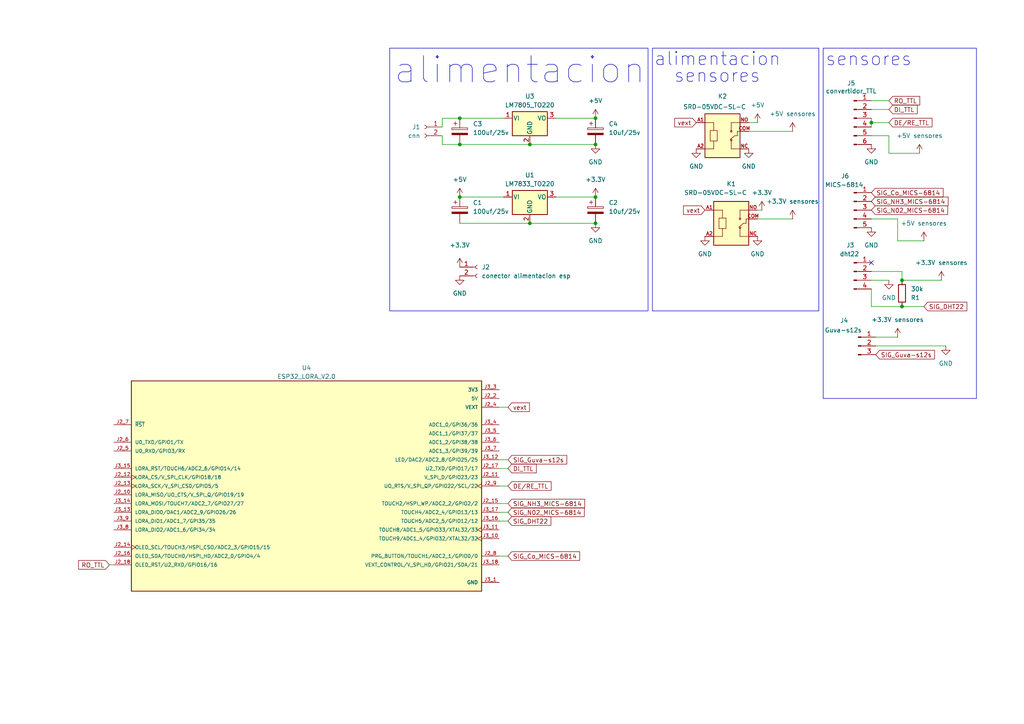
<source format=kicad_sch>
(kicad_sch (version 20250114) (generator "eeschema") (generator_version "9.0")
  (paper "A4")
  (lib_symbols
    (symbol "Connector:Conn_01x02_Socket" (pin_names (offset 1.016) (hide yes))
      (property "Reference" "J" (at 0 2.54 0))
      (property "Value" "Conn_01x02_Socket" (at 0 -5.08 0))
      (symbol "Conn_01x02_Socket_1_1"
        (polyline (pts (xy -1.27 0) (xy -0.508 0)) (stroke (width 0.1524)))
        (polyline (pts (xy -1.27 -2.54) (xy -0.508 -2.54)) (stroke (width 0.1524)))
        (arc (start 0 -0.508) (mid -0.5058 0) (end 0 0.508) (stroke (width 0.1524)))
        (arc (start 0 -3.048) (mid -0.5058 -2.54) (end 0 -2.032) (stroke (width 0.1524)))
        (pin passive line (at -5.08 0 0) (length 3.81) (name "Pin_1") (number "1"))
        (pin passive line (at -5.08 -2.54 0) (length 3.81) (name "Pin_2") (number "2"))
      )
    )
    (symbol "Connector:Conn_01x03_Pin" (pin_names (offset 1.016) (hide yes))
      (property "Reference" "J" (at 0 5.08 0))
      (property "Value" "Conn_01x03_Pin" (at 0 -5.08 0))
      (symbol "Conn_01x03_Pin_1_1"
        (rectangle (start 0.8636 2.667) (end 0 2.413) (stroke (width 0.1524)) (fill (type outline)))
        (rectangle (start 0.8636 0.127) (end 0 -0.127) (stroke (width 0.1524)) (fill (type outline)))
        (rectangle (start 0.8636 -2.413) (end 0 -2.667) (stroke (width 0.1524)) (fill (type outline)))
        (polyline (pts (xy 1.27 2.54) (xy 0.8636 2.54)) (stroke (width 0.1524)))
        (polyline (pts (xy 1.27 0) (xy 0.8636 0)) (stroke (width 0.1524)))
        (polyline (pts (xy 1.27 -2.54) (xy 0.8636 -2.54)) (stroke (width 0.1524)))
        (pin passive line (at 5.08 2.54 180) (length 3.81) (name "Pin_1") (number "1"))
        (pin passive line (at 5.08 0 180) (length 3.81) (name "Pin_2") (number "2"))
        (pin passive line (at 5.08 -2.54 180) (length 3.81) (name "Pin_3") (number "3"))
      )
    )
    (symbol "Connector:Conn_01x04_Pin" (pin_names (offset 1.016) (hide yes))
      (property "Reference" "J" (at 0 5.08 0))
      (property "Value" "Conn_01x04_Pin" (at 0 -7.62 0))
      (symbol "Conn_01x04_Pin_1_1"
        (rectangle (start 0.8636 2.667) (end 0 2.413) (stroke (width 0.1524)) (fill (type outline)))
        (rectangle (start 0.8636 0.127) (end 0 -0.127) (stroke (width 0.1524)) (fill (type outline)))
        (rectangle (start 0.8636 -2.413) (end 0 -2.667) (stroke (width 0.1524)) (fill (type outline)))
        (rectangle (start 0.8636 -4.953) (end 0 -5.207) (stroke (width 0.1524)) (fill (type outline)))
        (polyline (pts (xy 1.27 2.54) (xy 0.8636 2.54)) (stroke (width 0.1524)))
        (polyline (pts (xy 1.27 0) (xy 0.8636 0)) (stroke (width 0.1524)))
        (polyline (pts (xy 1.27 -2.54) (xy 0.8636 -2.54)) (stroke (width 0.1524)))
        (polyline (pts (xy 1.27 -5.08) (xy 0.8636 -5.08)) (stroke (width 0.1524)))
        (pin passive line (at 5.08 2.54 180) (length 3.81) (name "Pin_1") (number "1"))
        (pin passive line (at 5.08 0 180) (length 3.81) (name "Pin_2") (number "2"))
        (pin passive line (at 5.08 -2.54 180) (length 3.81) (name "Pin_3") (number "3"))
        (pin passive line (at 5.08 -5.08 180) (length 3.81) (name "Pin_4") (number "4"))
      )
    )
    (symbol "Connector:Conn_01x05_Pin" (pin_names (offset 1.016) (hide yes))
      (property "Reference" "J" (at 0 7.62 0))
      (property "Value" "Conn_01x05_Pin" (at 0 -7.62 0))
      (symbol "Conn_01x05_Pin_1_1"
        (rectangle (start 0.8636 5.207) (end 0 4.953) (stroke (width 0.1524)) (fill (type outline)))
        (rectangle (start 0.8636 2.667) (end 0 2.413) (stroke (width 0.1524)) (fill (type outline)))
        (rectangle (start 0.8636 0.127) (end 0 -0.127) (stroke (width 0.1524)) (fill (type outline)))
        (rectangle (start 0.8636 -2.413) (end 0 -2.667) (stroke (width 0.1524)) (fill (type outline)))
        (rectangle (start 0.8636 -4.953) (end 0 -5.207) (stroke (width 0.1524)) (fill (type outline)))
        (polyline (pts (xy 1.27 5.08) (xy 0.8636 5.08)) (stroke (width 0.1524)))
        (polyline (pts (xy 1.27 2.54) (xy 0.8636 2.54)) (stroke (width 0.1524)))
        (polyline (pts (xy 1.27 0) (xy 0.8636 0)) (stroke (width 0.1524)))
        (polyline (pts (xy 1.27 -2.54) (xy 0.8636 -2.54)) (stroke (width 0.1524)))
        (polyline (pts (xy 1.27 -5.08) (xy 0.8636 -5.08)) (stroke (width 0.1524)))
        (pin passive line (at 5.08 5.08 180) (length 3.81) (name "Pin_1") (number "1"))
        (pin passive line (at 5.08 2.54 180) (length 3.81) (name "Pin_2") (number "2"))
        (pin passive line (at 5.08 0 180) (length 3.81) (name "Pin_3") (number "3"))
        (pin passive line (at 5.08 -2.54 180) (length 3.81) (name "Pin_4") (number "4"))
        (pin passive line (at 5.08 -5.08 180) (length 3.81) (name "Pin_5") (number "5"))
      )
    )
    (symbol "Connector:Conn_01x06_Pin" (pin_names (offset 1.016) (hide yes))
      (property "Reference" "J" (at 0 7.62 0))
      (property "Value" "Conn_01x06_Pin" (at 0 -10.16 0))
      (symbol "Conn_01x06_Pin_1_1"
        (rectangle (start 0.8636 5.207) (end 0 4.953) (stroke (width 0.1524)) (fill (type outline)))
        (rectangle (start 0.8636 2.667) (end 0 2.413) (stroke (width 0.1524)) (fill (type outline)))
        (rectangle (start 0.8636 0.127) (end 0 -0.127) (stroke (width 0.1524)) (fill (type outline)))
        (rectangle (start 0.8636 -2.413) (end 0 -2.667) (stroke (width 0.1524)) (fill (type outline)))
        (rectangle (start 0.8636 -4.953) (end 0 -5.207) (stroke (width 0.1524)) (fill (type outline)))
        (rectangle (start 0.8636 -7.493) (end 0 -7.747) (stroke (width 0.1524)) (fill (type outline)))
        (polyline (pts (xy 1.27 5.08) (xy 0.8636 5.08)) (stroke (width 0.1524)))
        (polyline (pts (xy 1.27 2.54) (xy 0.8636 2.54)) (stroke (width 0.1524)))
        (polyline (pts (xy 1.27 0) (xy 0.8636 0)) (stroke (width 0.1524)))
        (polyline (pts (xy 1.27 -2.54) (xy 0.8636 -2.54)) (stroke (width 0.1524)))
        (polyline (pts (xy 1.27 -5.08) (xy 0.8636 -5.08)) (stroke (width 0.1524)))
        (polyline (pts (xy 1.27 -7.62) (xy 0.8636 -7.62)) (stroke (width 0.1524)))
        (pin passive line (at 5.08 5.08 180) (length 3.81) (name "Pin_1") (number "1"))
        (pin passive line (at 5.08 2.54 180) (length 3.81) (name "Pin_2") (number "2"))
        (pin passive line (at 5.08 0 180) (length 3.81) (name "Pin_3") (number "3"))
        (pin passive line (at 5.08 -2.54 180) (length 3.81) (name "Pin_4") (number "4"))
        (pin passive line (at 5.08 -5.08 180) (length 3.81) (name "Pin_5") (number "5"))
        (pin passive line (at 5.08 -7.62 180) (length 3.81) (name "Pin_6") (number "6"))
      )
    )
    (symbol "Device:C_Polarized" (pin_numbers (hide yes)) (pin_names (offset 0.254))
      (property "Reference" "C" (at 0.635 2.54 0))
      (property "Value" "C_Polarized" (at 0.635 -2.54 0))
      (symbol "C_Polarized_0_1"
        (rectangle (start -2.286 0.508) (end 2.286 1.016))
        (polyline (pts (xy -1.778 2.286) (xy -0.762 2.286)))
        (polyline (pts (xy -1.27 2.794) (xy -1.27 1.778)))
        (rectangle (start 2.286 -0.508) (end -2.286 -1.016) (fill (type outline)))
      )
      (symbol "C_Polarized_1_1"
        (pin passive line (at 0 3.81 270) (length 2.794) (name "~") (number "1"))
        (pin passive line (at 0 -3.81 90) (length 2.794) (name "~") (number "2"))
      )
    )
    (symbol "Device:R" (pin_numbers (hide yes)) (pin_names (offset 0))
      (property "Reference" "R" (at 2.032 0 90))
      (property "Value" "R" (at 0 0 90))
      (symbol "R_0_1"
        (rectangle (start -1.016 -2.54) (end 1.016 2.54) (stroke (width 0.254)))
      )
      (symbol "R_1_1"
        (pin passive line (at 0 3.81 270) (length 1.27) (name "~") (number "1"))
        (pin passive line (at 0 -3.81 90) (length 1.27) (name "~") (number "2"))
      )
    )
    (symbol "ESP32_LORA_V2.0:ESP32_LORA_V2.0" (pin_names (offset 1.016))
      (property "Reference" "U4" (at 0 34.29 0))
      (property "Value" "ESP32_LORA_V2.0" (at 0 31.75 0))
      (symbol "ESP32_LORA_V2.0_0_0"
        (rectangle (start -50.8 -30.48) (end 50.8 30.48) (stroke (width 0.254)) (fill (type background)))
        (pin input line (at -55.88 17.78 0) (length 5.08) (name "~{RST}") (number "J2_7"))
        (pin bidirectional line (at -55.88 12.7 0) (length 5.08) (name "U0_TXD/GPIO1/TX") (number "J2_6"))
        (pin bidirectional line (at -55.88 10.16 0) (length 5.08) (name "U0_RXD/GPIO3/RX") (number "J2_5"))
        (pin bidirectional line (at -55.88 5.08 0) (length 5.08) (name "LORA_RST/TOUCH6/ADC2_6/GPIO14/14") (number "J3_15"))
        (pin bidirectional clock (at -55.88 2.54 0) (length 5.08) (name "LORA_CS/V_SPI_CLK/GPIO18/18") (number "J2_12"))
        (pin bidirectional clock (at -55.88 0 0) (length 5.08) (name "LORA_SCK/V_SPI_CS0/GPIO5/5") (number "J2_13"))
        (pin bidirectional line (at -55.88 -2.54 0) (length 5.08) (name "LORA_MISO/UO_CTS/V_SPI_Q/GPIO19/19") (number "J2_10"))
        (pin bidirectional line (at -55.88 -5.08 0) (length 5.08) (name "LORA_MOSI/TOUCH7/ADC2_7/GPIO27/27") (number "J3_14"))
        (pin bidirectional line (at -55.88 -7.62 0) (length 5.08) (name "LORA_DIO0/DAC1/ADC2_9/GPIO26/26") (number "J3_13"))
        (pin bidirectional line (at -55.88 -10.16 0) (length 5.08) (name "LORA_DIO1/ADC1_7/GPI35/35") (number "J3_9"))
        (pin bidirectional line (at -55.88 -12.7 0) (length 5.08) (name "LORA_DIO2/ADC1_6/GPI34/34") (number "J3_8"))
        (pin bidirectional clock (at -55.88 -17.78 0) (length 5.08) (name "OLED_SCL/TOUCH3/HSPI_CSO/ADC2_3/GPIO15/15") (number "J2_14"))
        (pin bidirectional line (at -55.88 -20.32 0) (length 5.08) (name "OLED_SDA/TOUCH0/HSPI_HD/ADC2_0/GPIO4/4") (number "J2_16"))
        (pin bidirectional line (at -55.88 -22.86 0) (length 5.08) (name "OLED_RST/U2_RXD/GPIO16/16") (number "J2_18"))
        (pin power_in line (at 55.88 27.94 180) (length 5.08) (name "3V3") (number "J3_3"))
        (pin power_in line (at 55.88 25.4 180) (length 5.08) (name "5V") (number "J2_2"))
        (pin power_in line (at 55.88 22.86 180) (length 5.08) (name "VEXT") (number "J2_4"))
        (pin bidirectional line (at 55.88 17.78 180) (length 5.08) (name "ADC1_0/GPI36/36") (number "J3_4"))
        (pin bidirectional line (at 55.88 15.24 180) (length 5.08) (name "ADC1_1/GPI37/37") (number "J3_5"))
        (pin bidirectional line (at 55.88 12.7 180) (length 5.08) (name "ADC1_2/GPI38/38") (number "J3_6"))
        (pin bidirectional line (at 55.88 10.16 180) (length 5.08) (name "ADC1_3/GPI39/39") (number "J3_7"))
        (pin bidirectional line (at 55.88 7.62 180) (length 5.08) (name "LED/DAC2/ADC2_8/GPIO25/25") (number "J3_12"))
        (pin bidirectional line (at 55.88 5.08 180) (length 5.08) (name "U2_TXD/GPIO17/17") (number "J2_17"))
        (pin bidirectional line (at 55.88 2.54 180) (length 5.08) (name "V_SPI_D/GPIO23/23") (number "J2_11"))
        (pin bidirectional clock (at 55.88 0 180) (length 5.08) (name "UO_RTS/V_SPI_QP/GPIO22/SCL/22") (number "J2_9"))
        (pin bidirectional line (at 55.88 -5.08 180) (length 5.08) (name "TOUCH2/HSPI_WP/ADC2_2/GPIO2/2") (number "J2_15"))
        (pin bidirectional line (at 55.88 -7.62 180) (length 5.08) (name "TOUCH4/ADC2_4/GPIO13/13") (number "J3_17"))
        (pin bidirectional line (at 55.88 -10.16 180) (length 5.08) (name "TOUCH5/ADC2_5/GPIO12/12") (number "J3_16"))
        (pin bidirectional clock (at 55.88 -12.7 180) (length 5.08) (name "TOUCH8/ADC1_5/GPIO33/XTAL32/33") (number "J3_11"))
        (pin bidirectional clock (at 55.88 -15.24 180) (length 5.08) (name "TOUCH9/ADC1_4/GPIO32/XTAL32/32") (number "J3_10"))
        (pin bidirectional line (at 55.88 -20.32 180) (length 5.08) (name "PRG_BUTTON/TOUCH1/ADC2_1/GPIO0/0") (number "J2_8"))
        (pin bidirectional line (at 55.88 -22.86 180) (length 5.08) (name "VEXT_CONTROL/V_SPI_HD/GPIO21/SDA/21") (number "J3_18"))
        (pin power_in line (at 55.88 -27.94 180) (length 5.08) (name "GND") (number "J3_1"))
      )
      (symbol "ESP32_LORA_V2.0_1_0"
        (pin power_in line (at 55.88 27.94 180) (length 5.08) (name "3V3") (number ""))
        (pin power_in line (at 55.88 22.86 180) (length 5.08) (name "VEXT") (number ""))
        (pin power_in line (at 55.88 -27.94 180) (length 5.08) (name "GND") (number ""))
      )
    )
    (symbol "Regulator_Linear:LM7805_TO220" (pin_names (offset 0.254))
      (property "Reference" "U" (at -3.81 3.175 0))
      (property "Value" "LM7805_TO220" (at 0 3.175 0))
      (symbol "LM7805_TO220_0_1"
        (rectangle (start -5.08 1.905) (end 5.08 -5.08) (stroke (width 0.254)) (fill (type background)))
      )
      (symbol "LM7805_TO220_1_1"
        (pin power_in line (at -7.62 0 0) (length 2.54) (name "VI") (number "1"))
        (pin power_in line (at 0 -7.62 90) (length 2.54) (name "GND") (number "2"))
        (pin power_out line (at 7.62 0 180) (length 2.54) (name "VO") (number "3"))
      )
    )
    (symbol "SRD-05VDC-SL-C:SRD-05VDC-SL-C" (pin_names (offset 1.016))
      (property "Reference" "K" (at -5.0809 5.843 0))
      (property "Value" "SRD-05VDC-SL-C" (at -5.0832 -10.1664 0))
      (symbol "SRD-05VDC-SL-C_0_0"
        (polyline (pts (xy -5.08 2.54) (xy -2.54 2.54)) (stroke (width 0.1524)))
        (rectangle (start -5.08 -7.62) (end 5.08 5.08) (stroke (width 0.254)) (fill (type background)))
        (polyline (pts (xy -3.556 0.254) (xy -3.556 -2.794)) (stroke (width 0.1524)))
        (polyline (pts (xy -3.556 -2.794) (xy -2.54 -2.794)) (stroke (width 0.1524)))
        (polyline (pts (xy -2.54 2.54) (xy -2.54 0.254)) (stroke (width 0.1524)))
        (polyline (pts (xy -2.54 0.254) (xy -3.556 0.254)) (stroke (width 0.1524)))
        (polyline (pts (xy -2.54 -2.794) (xy -2.54 -5.08)) (stroke (width 0.1524)))
        (polyline (pts (xy -2.54 -2.794) (xy -1.524 -2.794)) (stroke (width 0.1524)))
        (polyline (pts (xy -2.54 -5.08) (xy -5.08 -5.08)) (stroke (width 0.1524)))
        (polyline (pts (xy -1.524 0.254) (xy -2.54 0.254)) (stroke (width 0.1524)))
        (polyline (pts (xy -1.524 -2.794) (xy -1.524 0.254)) (stroke (width 0.1524)))
        (polyline (pts (xy 2.54 2.54) (xy 2.54 0)) (stroke (width 0.1524)))
        (circle (center 2.54 0) (radius 0.254) (stroke (width 0.1524)))
        (polyline (pts (xy 2.54 -2.54) (xy 2.54 -5.08)) (stroke (width 0.1524)))
        (circle (center 2.54 -2.54) (radius 0.254) (stroke (width 0.1524)))
        (polyline (pts (xy 2.54 -5.08) (xy 5.08 -5.08)) (stroke (width 0.1524)))
        (polyline (pts (xy 3.556 -1.27) (xy 2.286 -2.286)) (stroke (width 0.1524)))
        (polyline (pts (xy 3.556 -1.27) (xy 4.318 -1.27)) (stroke (width 0.1524)))
        (polyline (pts (xy 4.318 0) (xy 5.08 0)) (stroke (width 0.1524)))
        (polyline (pts (xy 4.318 -1.27) (xy 4.318 0)) (stroke (width 0.1524)))
        (polyline (pts (xy 5.08 2.54) (xy 2.54 2.54)) (stroke (width 0.1524)))
        (pin passive line (at -7.62 2.54 0) (length 2.54) (name "~") (number "A1"))
        (pin passive line (at -7.62 -5.08 0) (length 2.54) (name "~") (number "A2"))
        (pin passive line (at 7.62 2.54 180) (length 2.54) (name "~") (number "NO"))
        (pin passive line (at 7.62 0 180) (length 2.54) (name "~") (number "COM"))
        (pin passive line (at 7.62 -5.08 180) (length 2.54) (name "~") (number "NC"))
      )
    )
    (symbol "power:+3.3V" (power) (pin_numbers (hide yes)) (pin_names (offset 0) (hide yes))
      (property "Value" "+3.3V" (at 0 3.556 0))
      (symbol "+3.3V_0_1"
        (polyline (pts (xy -0.762 1.27) (xy 0 2.54)))
        (polyline (pts (xy 0 2.54) (xy 0.762 1.27)))
        (polyline (pts (xy 0 0) (xy 0 2.54)))
      )
      (symbol "+3.3V_1_1"
        (pin power_in line (at 0 0 90) (length 0) (name "~") (number "1"))
      )
    )
    (symbol "power:+5V" (power) (pin_numbers (hide yes)) (pin_names (offset 0) (hide yes))
      (property "Value" "+5V" (at 0 3.556 0))
      (symbol "+5V_0_1"
        (polyline (pts (xy -0.762 1.27) (xy 0 2.54)))
        (polyline (pts (xy 0 2.54) (xy 0.762 1.27)))
        (polyline (pts (xy 0 0) (xy 0 2.54)))
      )
      (symbol "+5V_1_1"
        (pin power_in line (at 0 0 90) (length 0) (name "~") (number "1"))
      )
    )
    (symbol "power:GND" (power) (pin_numbers (hide yes)) (pin_names (offset 0) (hide yes))
      (property "Value" "GND" (at 0 -3.81 0))
      (symbol "GND_0_1"
        (polyline (pts (xy 0 0) (xy 0 -1.27) (xy 1.27 -1.27) (xy 0 -2.54) (xy -1.27 -1.27) (xy 0 -1.27)))
      )
      (symbol "GND_1_1"
        (pin power_in line (at 0 0 270) (length 0) (name "~") (number "1"))
      )
    )
  )
  (rectangle (start 189.23 13.97) (end 237.49 90.17))
  (rectangle (start 113.03 13.97) (end 187.96 90.17))
  (rectangle (start 238.76 13.97) (end 283.21 115.57))
  (text "sensores" (at 208.026 22.098 0) (effects (font (size 3.81 3.81))))
  (text "sensores\n" (at 251.968 17.272 0) (effects (font (size 3.81 3.81))))
  (text "alimentacion \n" (at 153.67 16.002 0) (effects (font (size 7.62 7.62)) (justify top)))
  (text "alimentacion \n" (at 209.55 14.986 0) (effects (font (size 3.81 3.81)) (justify top)))
  (junction (at 153.67 41.91))
  (junction (at 133.35 34.29))
  (junction (at 261.62 81.28))
  (junction (at 252.73 35.56))
  (junction (at 261.62 88.9))
  (junction (at 172.72 64.77))
  (junction (at 172.72 57.15))
  (junction (at 133.35 57.15))
  (junction (at 153.67 64.77))
  (junction (at 172.72 41.91))
  (junction (at 172.72 34.29))
  (junction (at 133.35 41.91))
  (no_connect (at 252.73 76.2))
  (wire (pts (xy 147.32 161.29) (xy 144.78 161.29)))
  (wire (pts (xy 257.81 44.45) (xy 257.81 39.37)))
  (wire (pts (xy 257.81 31.75) (xy 252.73 31.75)))
  (wire (pts (xy 257.81 39.37) (xy 252.73 39.37)))
  (wire (pts (xy 267.97 69.85) (xy 260.35 69.85)))
  (wire (pts (xy 147.32 118.11) (xy 144.78 118.11)))
  (wire (pts (xy 146.05 57.15) (xy 133.35 57.15)))
  (wire (pts (xy 252.73 35.56) (xy 252.73 36.83)))
  (wire (pts (xy 172.72 57.15) (xy 161.29 57.15)))
  (wire (pts (xy 153.67 64.77) (xy 172.72 64.77)))
  (wire (pts (xy 147.32 133.35) (xy 144.78 133.35)))
  (wire (pts (xy 257.81 44.45) (xy 266.7 44.45)))
  (wire (pts (xy 147.32 148.59) (xy 144.78 148.59)))
  (wire (pts (xy 31.75 163.83) (xy 33.02 163.83)))
  (wire (pts (xy 147.32 151.13) (xy 144.78 151.13)))
  (wire (pts (xy 147.32 140.97) (xy 144.78 140.97)))
  (wire (pts (xy 229.87 63.5) (xy 219.71 63.5)))
  (wire (pts (xy 147.32 146.05) (xy 144.78 146.05)))
  (wire (pts (xy 219.71 60.96) (xy 220.98 60.96)))
  (wire (pts (xy 257.81 29.21) (xy 252.73 29.21)))
  (wire (pts (xy 257.81 81.28) (xy 252.73 81.28)))
  (wire (pts (xy 260.35 63.5) (xy 252.73 63.5)))
  (wire (pts (xy 252.73 34.29) (xy 252.73 35.56)))
  (wire (pts (xy 128.27 36.83) (xy 128.27 34.29)))
  (wire (pts (xy 252.73 88.9) (xy 252.73 83.82)))
  (wire (pts (xy 172.72 34.29) (xy 161.29 34.29)))
  (wire (pts (xy 146.05 34.29) (xy 133.35 34.29)))
  (wire (pts (xy 153.67 41.91) (xy 172.72 41.91)))
  (wire (pts (xy 217.17 35.56) (xy 219.71 35.56)))
  (wire (pts (xy 128.27 41.91) (xy 133.35 41.91)))
  (wire (pts (xy 128.27 39.37) (xy 128.27 41.91)))
  (wire (pts (xy 147.32 135.89) (xy 144.78 135.89)))
  (wire (pts (xy 261.62 81.28) (xy 273.05 81.28)))
  (wire (pts (xy 274.32 100.33) (xy 254 100.33)))
  (wire (pts (xy 260.35 69.85) (xy 260.35 63.5)))
  (wire (pts (xy 133.35 64.77) (xy 153.67 64.77)))
  (wire (pts (xy 229.87 38.1) (xy 217.17 38.1)))
  (wire (pts (xy 254 97.79) (xy 260.35 97.79)))
  (wire (pts (xy 257.81 35.56) (xy 252.73 35.56)))
  (wire (pts (xy 252.73 88.9) (xy 261.62 88.9)))
  (wire (pts (xy 252.73 78.74) (xy 261.62 78.74)))
  (wire (pts (xy 133.35 41.91) (xy 153.67 41.91)))
  (wire (pts (xy 261.62 78.74) (xy 261.62 81.28)))
  (wire (pts (xy 128.27 34.29) (xy 133.35 34.29)))
  (wire (pts (xy 261.62 88.9) (xy 267.97 88.9)))
  (global_label "vext" (shape input) (at 147.32 118.11 0) (property "Intersheetrefs" "${INTERSHEET_REFS}" (effects (hide yes))))
  (global_label "DI_TTL" (shape input) (at 257.81 31.75 0) (property "Intersheetrefs" "${INTERSHEET_REFS}" (effects (hide yes))))
  (global_label "RO_TTL" (shape input) (at 257.81 29.21 0) (property "Intersheetrefs" "${INTERSHEET_REFS}" (effects (hide yes))))
  (global_label "SIG_N02_MICS-6814" (shape input) (at 252.73 60.96 0) (property "Intersheetrefs" "${INTERSHEET_REFS}" (effects (hide yes))))
  (global_label "DE{slash}RE_TTL" (shape input) (at 257.81 35.56 0) (property "Intersheetrefs" "${INTERSHEET_REFS}" (effects (hide yes))))
  (global_label "SIG_DHT22" (shape input) (at 267.97 88.9 0) (property "Intersheetrefs" "${INTERSHEET_REFS}" (effects (hide yes))))
  (global_label "vext" (shape input) (at 204.47 60.96 180) (property "Intersheetrefs" "${INTERSHEET_REFS}" (effects (hide yes))))
  (global_label "SIG_NH3_MICS-6814" (shape input) (at 252.73 58.42 0) (property "Intersheetrefs" "${INTERSHEET_REFS}" (effects (hide yes))))
  (global_label "RO_TTL" (shape input) (at 31.75 163.83 180) (property "Intersheetrefs" "${INTERSHEET_REFS}" (effects (hide yes))))
  (global_label "DI_TTL" (shape input) (at 147.32 135.89 0) (property "Intersheetrefs" "${INTERSHEET_REFS}" (effects (hide yes))))
  (global_label "DE{slash}RE_TTL" (shape input) (at 147.32 140.97 0) (property "Intersheetrefs" "${INTERSHEET_REFS}" (effects (hide yes))))
  (global_label "SIG_Guva-s12s" (shape input) (at 147.32 133.35 0) (property "Intersheetrefs" "${INTERSHEET_REFS}" (effects (hide yes))))
  (global_label "SIG_Guva-s12s" (shape input) (at 254 102.87 0) (property "Intersheetrefs" "${INTERSHEET_REFS}" (effects (hide yes))))
  (global_label "SIG_DHT22" (shape input) (at 147.32 151.13 0) (property "Intersheetrefs" "${INTERSHEET_REFS}" (effects (hide yes))))
  (global_label "SIG_Co_MICS-6814" (shape input) (at 252.73 55.88 0) (property "Intersheetrefs" "${INTERSHEET_REFS}" (effects (hide yes))))
  (global_label "SIG_Co_MICS-6814" (shape input) (at 147.32 161.29 0) (property "Intersheetrefs" "${INTERSHEET_REFS}" (effects (hide yes))))
  (global_label "SIG_N02_MICS-6814" (shape input) (at 147.32 148.59 0) (property "Intersheetrefs" "${INTERSHEET_REFS}" (effects (hide yes))))
  (global_label "SIG_NH3_MICS-6814" (shape input) (at 147.32 146.05 0) (property "Intersheetrefs" "${INTERSHEET_REFS}" (effects (hide yes))))
  (global_label "vext" (shape input) (at 201.93 35.56 180) (property "Intersheetrefs" "${INTERSHEET_REFS}" (effects (hide yes))))
  (symbol (lib_id "power:+5V") (at 133.35 57.15 0) (unit 1)
    (property "Reference" "#PWR09" (effects (hide yes)))
    (property "Value" "+5V" (at 133.35 52.07 0))
    (property "Description" "Power symbol creates a global label with name \"+5V\"" (effects (hide yes)))
  )
  (symbol (lib_id "power:GND") (at 204.47 68.58 0) (unit 1)
    (property "Reference" "#PWR021" (effects (hide yes)))
    (property "Value" "GND" (at 204.47 73.66 0))
    (property "Description" "Power symbol creates a global label with name \"GND\" , ground" (effects (hide yes)))
  )
  (symbol (lib_id "power:GND") (at 172.72 41.91 0) (unit 1)
    (property "Reference" "#PWR015" (effects (hide yes)))
    (property "Value" "GND" (at 172.72 46.99 0))
    (property "Description" "Power symbol creates a global label with name \"GND\" , ground" (effects (hide yes)))
  )
  (symbol (lib_id "power:+3.3V") (at 266.7 44.45 0) (unit 1)
    (property "Reference" "#PWR011" (effects (hide yes)))
    (property "Value" "+5V sensores" (at 266.7 39.37 0))
    (property "Description" "Power symbol creates a global label with name \"+3.3V\"" (effects (hide yes)))
  )
  (symbol (lib_id "power:+3.3V") (at 229.87 38.1 0) (unit 1)
    (property "Reference" "#PWR020" (effects (hide yes)))
    (property "Value" "+5V sensores" (at 229.87 33.02 0))
    (property "Description" "Power symbol creates a global label with name \"+3.3V\"" (effects (hide yes)))
  )
  (symbol (lib_id "Regulator_Linear:LM7805_TO220") (at 153.67 34.29 0) (unit 1)
    (property "Reference" "U3" (at 153.67 27.94 0))
    (property "Value" "LM7805_TO220" (at 153.67 30.48 0))
    (property "Footprint" "Package_TO_SOT_THT:TO-220-3_Vertical" (effects (hide yes)))
    (property "Datasheet" "https://www.onsemi.cn/PowerSolutions/document/MC7800-D.PDF" (effects (hide yes)))
    (property "Description" "Positive 1A 35V Linear Regulator, Fixed Output 5V, TO-220" (effects (hide yes)))
  )
  (symbol (lib_id "Regulator_Linear:LM7805_TO220") (at 153.67 57.15 0) (unit 1)
    (property "Reference" "U1" (at 153.67 50.8 0))
    (property "Value" "LM7833_TO220" (at 153.67 53.34 0))
    (property "Footprint" "Package_TO_SOT_THT:TO-220-3_Vertical" (effects (hide yes)))
    (property "Datasheet" "https://www.onsemi.cn/PowerSolutions/document/MC7800-D.PDF" (effects (hide yes)))
    (property "Description" "Positive 1A 35V Linear Regulator, Fixed Output 5V, TO-220" (effects (hide yes)))
  )
  (symbol (lib_id "Connector:Conn_01x02_Socket") (at 123.19 36.83 0) (mirror y) (unit 1)
    (property "Reference" "J1" (at 121.92 36.8299 0) (effects (justify left)))
    (property "Value" "cnn" (at 121.92 39.3699 0) (effects (justify left)))
    (property "Footprint" "Connector_AMASS:AMASS_XT60-F_1x02_P7.20mm_Vertical" (effects (hide yes)))
    (property "Description" "Generic connector, single row, 01x02, script generated" (effects (hide yes)))
  )
  (symbol (lib_id "power:GND") (at 252.73 41.91 0) (unit 1)
    (property "Reference" "#PWR02" (effects (hide yes)))
    (property "Value" "GND" (at 252.73 46.99 0))
    (property "Description" "Power symbol creates a global label with name \"GND\" , ground" (effects (hide yes)))
  )
  (symbol (lib_id "power:GND") (at 274.32 100.33 0) (unit 1)
    (property "Reference" "#PWR04" (effects (hide yes)))
    (property "Value" "GND" (at 274.32 105.41 0))
    (property "Description" "Power symbol creates a global label with name \"GND\" , ground" (effects (hide yes)))
  )
  (symbol (lib_id "Connector:Conn_01x04_Pin") (at 247.65 78.74 0) (unit 1)
    (property "Reference" "J3" (at 246.634 71.12 0))
    (property "Value" "dht22" (at 246.38 73.66 0))
    (property "Footprint" "Connector_Molex:Molex_KK-254_AE-6410-04A_1x04_P2.54mm_Vertical" (effects (hide yes)))
    (property "Description" "Generic connector, single row, 01x04, script generated" (effects (hide yes)))
  )
  (symbol (lib_id "power:+3.3V") (at 220.98 60.96 0) (unit 1)
    (property "Reference" "#PWR013" (effects (hide yes)))
    (property "Value" "+3.3V" (at 220.98 55.88 0))
    (property "Description" "Power symbol creates a global label with name \"+3.3V\"" (effects (hide yes)))
  )
  (symbol (lib_id "Connector:Conn_01x05_Pin") (at 247.65 60.96 0) (unit 1)
    (property "Reference" "J6" (at 245.11 51.054 0))
    (property "Value" "MICS-6814" (at 244.856 53.594 0))
    (property "Footprint" "Connector_Molex:Molex_KK-254_AE-6410-05A_1x05_P2.54mm_Vertical" (effects (hide yes)))
    (property "Description" "Generic connector, single row, 01x05, script generated" (effects (hide yes)))
  )
  (symbol (lib_id "Connector:Conn_01x03_Pin") (at 248.92 100.33 0) (unit 1)
    (property "Reference" "J4" (at 244.856 92.964 0))
    (property "Value" "Guva-s12s" (at 244.602 95.758 0))
    (property "Footprint" "Connector_Molex:Molex_KK-254_AE-6410-03A_1x03_P2.54mm_Vertical" (effects (hide yes)))
    (property "Description" "Generic connector, single row, 01x03, script generated" (effects (hide yes)))
  )
  (symbol (lib_id "Device:C_Polarized") (at 172.72 38.1 0) (unit 1)
    (property "Reference" "C4" (at 176.53 35.9409 0) (effects (justify left)))
    (property "Value" "10uf/25v" (at 176.53 38.4809 0) (effects (justify left)))
    (property "Footprint" "Capacitor_THT:CP_Radial_D5.0mm_P2.50mm" (effects (hide yes)))
    (property "Description" "Polarized capacitor" (effects (hide yes)))
  )
  (symbol (lib_id "power:+5V") (at 172.72 34.29 0) (unit 1)
    (property "Reference" "#PWR012" (effects (hide yes)))
    (property "Value" "+5V" (at 172.72 29.21 0))
    (property "Description" "Power symbol creates a global label with name \"+5V\"" (effects (hide yes)))
  )
  (symbol (lib_id "power:+3.3V") (at 229.87 63.5 0) (unit 1)
    (property "Reference" "#PWR017" (effects (hide yes)))
    (property "Value" "+3.3V sensores" (at 229.87 58.42 0))
    (property "Description" "Power symbol creates a global label with name \"+3.3V\"" (effects (hide yes)))
  )
  (symbol (lib_id "Device:C_Polarized") (at 133.35 38.1 0) (unit 1)
    (property "Reference" "C3" (at 137.16 35.9409 0) (effects (justify left)))
    (property "Value" "100uf/25v" (at 137.16 38.4809 0) (effects (justify left)))
    (property "Footprint" "Capacitor_THT:CP_Radial_D6.3mm_P2.50mm" (effects (hide yes)))
    (property "Description" "Polarized capacitor" (effects (hide yes)))
  )
  (symbol (lib_id "power:+3.3V") (at 273.05 81.28 0) (unit 1)
    (property "Reference" "#PWR05" (effects (hide yes)))
    (property "Value" "+3.3V sensores" (at 273.05 76.2 0))
    (property "Description" "Power symbol creates a global label with name \"+3.3V\"" (effects (hide yes)))
  )
  (symbol (lib_id "power:GND") (at 257.81 81.28 0) (unit 1)
    (property "Reference" "#PWR06" (effects (hide yes)))
    (property "Value" "GND" (at 257.81 86.36 0))
    (property "Description" "Power symbol creates a global label with name \"GND\" , ground" (effects (hide yes)))
  )
  (symbol (lib_id "Device:R") (at 261.62 85.09 0) (mirror x) (unit 1)
    (property "Reference" "R1" (at 264.16 86.3601 0) (effects (justify left)))
    (property "Value" "30k" (at 264.16 83.8201 0) (effects (justify left)))
    (property "Footprint" "Resistor_THT:R_Axial_DIN0207_L6.3mm_D2.5mm_P10.16mm_Horizontal" (effects (hide yes)))
    (property "Description" "Resistor" (effects (hide yes)))
  )
  (symbol (lib_id "SRD-05VDC-SL-C:SRD-05VDC-SL-C") (at 209.55 38.1 0) (unit 1)
    (property "Reference" "K2" (at 209.55 27.94 0))
    (property "Value" "SRD-05VDC-SL-C" (at 207.264 30.988 0))
    (property "Footprint" "SRD-05VDC-SL-C:RELAY_SRD-05VDC-SL-C" (effects (hide yes)))
    (property "MF" "Songle Relay" (effects (hide yes)))
    (property "Description_1" "5V Trigger Relay Module For Arduino And Raspberry Pi 5V Trigger Relay Module For Arduino And Raspberry Pi" (effects (hide yes)))
    (property "Package" "NON STANDARD-5 Songle Relay" (effects (hide yes)))
    (property "Price" "None" (effects (hide yes)))
    (property "Check_prices" "https://www.snapeda.com/parts/SRD-05VDC-SL-C/Songle+Relay/view-part/?ref=eda" (effects (hide yes)))
    (property "STANDARD" "IPC-7251" (effects (hide yes)))
    (property "SnapEDA_Link" "https://www.snapeda.com/parts/SRD-05VDC-SL-C/Songle+Relay/view-part/?ref=snap" (effects (hide yes)))
    (property "MP" "SRD-05VDC-SL-C" (effects (hide yes)))
    (property "Availability" "In Stock" (effects (hide yes)))
    (property "MANUFACTURER" "SONGLE RELAY" (effects (hide yes)))
  )
  (symbol (lib_id "power:+3.3V") (at 172.72 57.15 0) (unit 1)
    (property "Reference" "#PWR03" (effects (hide yes)))
    (property "Value" "+3.3V" (at 172.72 52.07 0))
    (property "Description" "Power symbol creates a global label with name \"+3.3V\"" (effects (hide yes)))
  )
  (symbol (lib_id "power:GND") (at 217.17 43.18 0) (unit 1)
    (property "Reference" "#PWR019" (effects (hide yes)))
    (property "Value" "GND" (at 217.17 48.26 0))
    (property "Description" "Power symbol creates a global label with name \"GND\" , ground" (effects (hide yes)))
  )
  (symbol (lib_id "power:+3.3V") (at 133.35 77.47 0) (unit 1)
    (property "Reference" "#PWR07" (effects (hide yes)))
    (property "Value" "+3.3V" (at 133.35 71.12 0))
    (property "Description" "Power symbol creates a global label with name \"+3.3V\"" (effects (hide yes)))
  )
  (symbol (lib_id "ESP32_LORA_V2.0:ESP32_LORA_V2.0") (at 88.9 140.97 0) (unit 1)
    (property "Reference" "U4" (at 88.9 106.68 0))
    (property "Value" "ESP32_LORA_V2.0" (at 88.9 109.22 0))
    (property "Footprint" "ESP32_LORA_V2.0:MODULE_ESP32_LORA_V2.0" (effects (hide yes)))
    (property "MF" "Heltec Automation" (effects (hide yes)))
    (property "MAXIMUM_PACKAGE_HEIGHT" "10.2mm" (effects (hide yes)))
    (property "Package" "Package" (effects (hide yes)))
    (property "Price" "None" (effects (hide yes)))
    (property "Check_prices" "https://www.snapeda.com/parts/ESP32%20LoRa%20V2.0/Heltec+Automation/view-part/?ref=eda" (effects (hide yes)))
    (property "STANDARD" "Manufacturer Recommendations" (effects (hide yes)))
    (property "PARTREV" "2.0" (effects (hide yes)))
    (property "SnapEDA_Link" "https://www.snapeda.com/parts/ESP32%20LoRa%20V2.0/Heltec+Automation/view-part/?ref=snap" (effects (hide yes)))
    (property "MP" "ESP32 LoRa V2.0" (effects (hide yes)))
    (property "Description_1" "Development board combining an ESP32 microcontroller with a LoRa (Long Range) transceiver module." (effects (hide yes)))
    (property "Availability" "Not in stock" (effects (hide yes)))
    (property "MANUFACTURER" "Heltec Automation" (effects (hide yes)))
  )
  (symbol (lib_id "power:GND") (at 201.93 43.18 0) (unit 1)
    (property "Reference" "#PWR022" (effects (hide yes)))
    (property "Value" "GND" (at 201.93 48.26 0))
    (property "Description" "Power symbol creates a global label with name \"GND\" , ground" (effects (hide yes)))
  )
  (symbol (lib_id "power:+5V") (at 219.71 35.56 0) (unit 1)
    (property "Reference" "#PWR018" (effects (hide yes)))
    (property "Value" "+5V" (at 219.71 30.48 0))
    (property "Description" "Power symbol creates a global label with name \"+5V\"" (effects (hide yes)))
  )
  (symbol (lib_id "SRD-05VDC-SL-C:SRD-05VDC-SL-C") (at 212.09 63.5 0) (unit 1)
    (property "Reference" "K1" (at 212.09 53.34 0))
    (property "Value" "SRD-05VDC-SL-C" (at 207.518 55.88 0))
    (property "Footprint" "SRD-05VDC-SL-C:RELAY_SRD-05VDC-SL-C" (effects (hide yes)))
    (property "MF" "Songle Relay" (effects (hide yes)))
    (property "Description_1" "5V Trigger Relay Module For Arduino And Raspberry Pi 5V Trigger Relay Module For Arduino And Raspberry Pi" (effects (hide yes)))
    (property "Package" "NON STANDARD-5 Songle Relay" (effects (hide yes)))
    (property "Price" "None" (effects (hide yes)))
    (property "Check_prices" "https://www.snapeda.com/parts/SRD-05VDC-SL-C/Songle+Relay/view-part/?ref=eda" (effects (hide yes)))
    (property "STANDARD" "IPC-7251" (effects (hide yes)))
    (property "SnapEDA_Link" "https://www.snapeda.com/parts/SRD-05VDC-SL-C/Songle+Relay/view-part/?ref=snap" (effects (hide yes)))
    (property "MP" "SRD-05VDC-SL-C" (effects (hide yes)))
    (property "Availability" "In Stock" (effects (hide yes)))
    (property "MANUFACTURER" "SONGLE RELAY" (effects (hide yes)))
  )
  (symbol (lib_id "Connector:Conn_01x02_Socket") (at 138.43 77.47 0) (unit 1)
    (property "Reference" "J2" (at 139.7 77.4699 0) (effects (justify left)))
    (property "Value" "conector alimentacion esp" (at 139.7 80.0099 0) (effects (justify left)))
    (property "Footprint" "Connector_JST:JST_EH_B2B-EH-A_1x02_P2.50mm_Vertical" (effects (hide yes)))
    (property "Description" "Generic connector, single row, 01x02, script generated" (effects (hide yes)))
  )
  (symbol (lib_id "Connector:Conn_01x06_Pin") (at 247.65 34.29 0) (unit 1)
    (property "Reference" "J5" (at 246.888 24.13 0))
    (property "Value" "convertidor_TTL" (at 246.888 26.416 0))
    (property "Footprint" "Connector_Molex:Molex_KK-254_AE-6410-06A_1x06_P2.54mm_Vertical" (effects (hide yes)))
    (property "Description" "Generic connector, single row, 01x06, script generated" (effects (hide yes)))
  )
  (symbol (lib_id "Device:C_Polarized") (at 172.72 60.96 0) (unit 1)
    (property "Reference" "C2" (at 176.53 58.8009 0) (effects (justify left)))
    (property "Value" "10uf/25v" (at 176.53 61.3409 0) (effects (justify left)))
    (property "Footprint" "Capacitor_THT:CP_Radial_D5.0mm_P2.50mm" (effects (hide yes)))
    (property "Description" "Polarized capacitor" (effects (hide yes)))
  )
  (symbol (lib_id "power:GND") (at 219.71 68.58 0) (unit 1)
    (property "Reference" "#PWR016" (effects (hide yes)))
    (property "Value" "GND" (at 219.71 73.66 0))
    (property "Description" "Power symbol creates a global label with name \"GND\" , ground" (effects (hide yes)))
  )
  (symbol (lib_id "Device:C_Polarized") (at 133.35 60.96 0) (unit 1)
    (property "Reference" "C1" (at 137.16 58.8009 0) (effects (justify left)))
    (property "Value" "100uf/25v" (at 137.16 61.3409 0) (effects (justify left)))
    (property "Footprint" "Capacitor_THT:CP_Radial_D6.3mm_P2.50mm" (effects (hide yes)))
    (property "Description" "Polarized capacitor" (effects (hide yes)))
  )
  (symbol (lib_id "power:+3.3V") (at 267.97 69.85 0) (unit 1)
    (property "Reference" "#PWR023" (effects (hide yes)))
    (property "Value" "+5V sensores" (at 267.97 64.77 0))
    (property "Description" "Power symbol creates a global label with name \"+3.3V\"" (effects (hide yes)))
  )
  (symbol (lib_id "power:GND") (at 172.72 64.77 0) (unit 1)
    (property "Reference" "#PWR014" (effects (hide yes)))
    (property "Value" "GND" (at 172.72 69.85 0))
    (property "Description" "Power symbol creates a global label with name \"GND\" , ground" (effects (hide yes)))
  )
  (symbol (lib_id "power:+3.3V") (at 260.35 97.79 0) (unit 1)
    (property "Reference" "#PWR01" (effects (hide yes)))
    (property "Value" "+3.3V sensores" (at 260.35 92.71 0))
    (property "Description" "Power symbol creates a global label with name \"+3.3V\"" (effects (hide yes)))
  )
  (symbol (lib_id "power:GND") (at 133.35 80.01 0) (unit 1)
    (property "Reference" "#PWR08" (effects (hide yes)))
    (property "Value" "GND" (at 133.35 85.09 0))
    (property "Description" "Power symbol creates a global label with name \"GND\" , ground" (effects (hide yes)))
  )
  (symbol (lib_id "power:GND") (at 252.73 66.04 0) (unit 1)
    (property "Reference" "#PWR010" (effects (hide yes)))
    (property "Value" "GND" (at 252.73 71.12 0))
    (property "Description" "Power symbol creates a global label with name \"GND\" , ground" (effects (hide yes)))
  )
)
</source>
